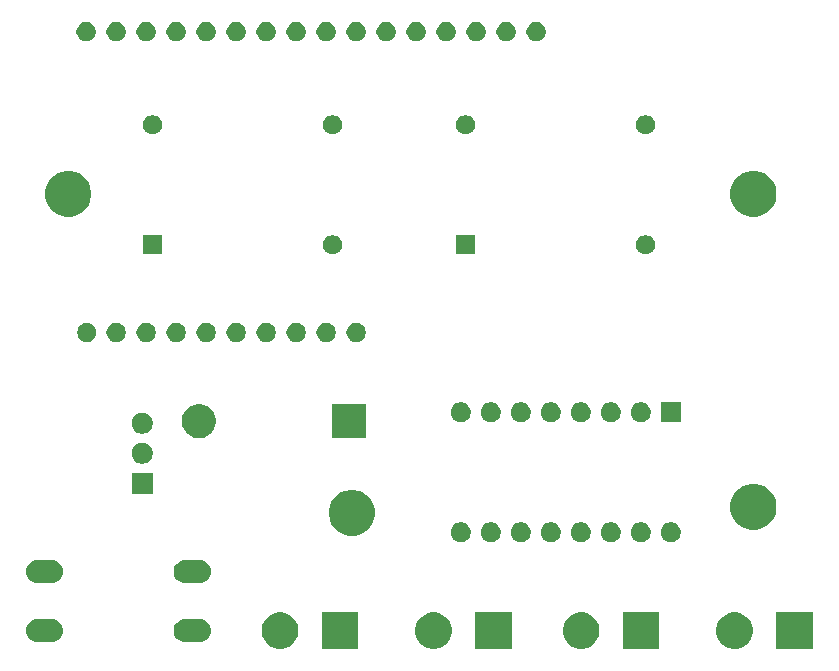
<source format=gbr>
%TF.GenerationSoftware,KiCad,Pcbnew,5.1.5+dfsg1-2build2*%
%TF.CreationDate,2020-08-25T19:56:10-04:00*%
%TF.ProjectId,esp-toy,6573702d-746f-4792-9e6b-696361645f70,rev?*%
%TF.SameCoordinates,Original*%
%TF.FileFunction,Soldermask,Top*%
%TF.FilePolarity,Negative*%
%FSLAX46Y46*%
G04 Gerber Fmt 4.6, Leading zero omitted, Abs format (unit mm)*
G04 Created by KiCad (PCBNEW 5.1.5+dfsg1-2build2) date 2020-08-25 19:56:10*
%MOMM*%
%LPD*%
G04 APERTURE LIST*
%ADD10C,1.000000*%
G04 APERTURE END LIST*
D10*
G36*
X139372352Y-122008796D02*
G01*
X139654579Y-122125699D01*
X139908578Y-122295415D01*
X140124585Y-122511422D01*
X140294301Y-122765421D01*
X140411204Y-123047648D01*
X140470800Y-123347259D01*
X140470800Y-123652741D01*
X140411204Y-123952352D01*
X140294301Y-124234579D01*
X140124585Y-124488578D01*
X139908578Y-124704585D01*
X139654579Y-124874301D01*
X139372352Y-124991204D01*
X139072741Y-125050800D01*
X138767259Y-125050800D01*
X138467648Y-124991204D01*
X138185421Y-124874301D01*
X137931422Y-124704585D01*
X137715415Y-124488578D01*
X137545699Y-124234579D01*
X137428796Y-123952352D01*
X137369200Y-123652741D01*
X137369200Y-123347259D01*
X137428796Y-123047648D01*
X137545699Y-122765421D01*
X137715415Y-122511422D01*
X137931422Y-122295415D01*
X138185421Y-122125699D01*
X138467648Y-122008796D01*
X138767259Y-121949200D01*
X139072741Y-121949200D01*
X139372352Y-122008796D01*
G37*
G36*
X184050800Y-125050800D02*
G01*
X180949200Y-125050800D01*
X180949200Y-121949200D01*
X184050800Y-121949200D01*
X184050800Y-125050800D01*
G37*
G36*
X177872352Y-122008796D02*
G01*
X178154579Y-122125699D01*
X178408578Y-122295415D01*
X178624585Y-122511422D01*
X178794301Y-122765421D01*
X178911204Y-123047648D01*
X178970800Y-123347259D01*
X178970800Y-123652741D01*
X178911204Y-123952352D01*
X178794301Y-124234579D01*
X178624585Y-124488578D01*
X178408578Y-124704585D01*
X178154579Y-124874301D01*
X177872352Y-124991204D01*
X177572741Y-125050800D01*
X177267259Y-125050800D01*
X176967648Y-124991204D01*
X176685421Y-124874301D01*
X176431422Y-124704585D01*
X176215415Y-124488578D01*
X176045699Y-124234579D01*
X175928796Y-123952352D01*
X175869200Y-123652741D01*
X175869200Y-123347259D01*
X175928796Y-123047648D01*
X176045699Y-122765421D01*
X176215415Y-122511422D01*
X176431422Y-122295415D01*
X176685421Y-122125699D01*
X176967648Y-122008796D01*
X177267259Y-121949200D01*
X177572741Y-121949200D01*
X177872352Y-122008796D01*
G37*
G36*
X171050800Y-125050800D02*
G01*
X167949200Y-125050800D01*
X167949200Y-121949200D01*
X171050800Y-121949200D01*
X171050800Y-125050800D01*
G37*
G36*
X164872352Y-122008796D02*
G01*
X165154579Y-122125699D01*
X165408578Y-122295415D01*
X165624585Y-122511422D01*
X165794301Y-122765421D01*
X165911204Y-123047648D01*
X165970800Y-123347259D01*
X165970800Y-123652741D01*
X165911204Y-123952352D01*
X165794301Y-124234579D01*
X165624585Y-124488578D01*
X165408578Y-124704585D01*
X165154579Y-124874301D01*
X164872352Y-124991204D01*
X164572741Y-125050800D01*
X164267259Y-125050800D01*
X163967648Y-124991204D01*
X163685421Y-124874301D01*
X163431422Y-124704585D01*
X163215415Y-124488578D01*
X163045699Y-124234579D01*
X162928796Y-123952352D01*
X162869200Y-123652741D01*
X162869200Y-123347259D01*
X162928796Y-123047648D01*
X163045699Y-122765421D01*
X163215415Y-122511422D01*
X163431422Y-122295415D01*
X163685421Y-122125699D01*
X163967648Y-122008796D01*
X164267259Y-121949200D01*
X164572741Y-121949200D01*
X164872352Y-122008796D01*
G37*
G36*
X158550800Y-125050800D02*
G01*
X155449200Y-125050800D01*
X155449200Y-121949200D01*
X158550800Y-121949200D01*
X158550800Y-125050800D01*
G37*
G36*
X152372352Y-122008796D02*
G01*
X152654579Y-122125699D01*
X152908578Y-122295415D01*
X153124585Y-122511422D01*
X153294301Y-122765421D01*
X153411204Y-123047648D01*
X153470800Y-123347259D01*
X153470800Y-123652741D01*
X153411204Y-123952352D01*
X153294301Y-124234579D01*
X153124585Y-124488578D01*
X152908578Y-124704585D01*
X152654579Y-124874301D01*
X152372352Y-124991204D01*
X152072741Y-125050800D01*
X151767259Y-125050800D01*
X151467648Y-124991204D01*
X151185421Y-124874301D01*
X150931422Y-124704585D01*
X150715415Y-124488578D01*
X150545699Y-124234579D01*
X150428796Y-123952352D01*
X150369200Y-123652741D01*
X150369200Y-123347259D01*
X150428796Y-123047648D01*
X150545699Y-122765421D01*
X150715415Y-122511422D01*
X150931422Y-122295415D01*
X151185421Y-122125699D01*
X151467648Y-122008796D01*
X151767259Y-121949200D01*
X152072741Y-121949200D01*
X152372352Y-122008796D01*
G37*
G36*
X145550800Y-125050800D02*
G01*
X142449200Y-125050800D01*
X142449200Y-121949200D01*
X145550800Y-121949200D01*
X145550800Y-125050800D01*
G37*
G36*
X119776287Y-122538318D02*
G01*
X119960228Y-122594116D01*
X120129749Y-122684727D01*
X120278333Y-122806667D01*
X120400273Y-122955251D01*
X120490884Y-123124772D01*
X120546682Y-123308713D01*
X120565522Y-123500000D01*
X120546682Y-123691287D01*
X120490884Y-123875228D01*
X120400273Y-124044749D01*
X120278333Y-124193333D01*
X120129749Y-124315273D01*
X119960228Y-124405884D01*
X119776287Y-124461682D01*
X119632941Y-124475800D01*
X118339059Y-124475800D01*
X118195713Y-124461682D01*
X118011772Y-124405884D01*
X117842251Y-124315273D01*
X117693667Y-124193333D01*
X117571727Y-124044749D01*
X117481116Y-123875228D01*
X117425318Y-123691287D01*
X117406478Y-123500000D01*
X117425318Y-123308713D01*
X117481116Y-123124772D01*
X117571727Y-122955251D01*
X117693667Y-122806667D01*
X117842251Y-122684727D01*
X118011772Y-122594116D01*
X118195713Y-122538318D01*
X118339059Y-122524200D01*
X119632941Y-122524200D01*
X119776287Y-122538318D01*
G37*
G36*
X132276287Y-122538318D02*
G01*
X132460228Y-122594116D01*
X132629749Y-122684727D01*
X132778333Y-122806667D01*
X132900273Y-122955251D01*
X132990884Y-123124772D01*
X133046682Y-123308713D01*
X133065522Y-123500000D01*
X133046682Y-123691287D01*
X132990884Y-123875228D01*
X132900273Y-124044749D01*
X132778333Y-124193333D01*
X132629749Y-124315273D01*
X132460228Y-124405884D01*
X132276287Y-124461682D01*
X132132941Y-124475800D01*
X130839059Y-124475800D01*
X130695713Y-124461682D01*
X130511772Y-124405884D01*
X130342251Y-124315273D01*
X130193667Y-124193333D01*
X130071727Y-124044749D01*
X129981116Y-123875228D01*
X129925318Y-123691287D01*
X129906478Y-123500000D01*
X129925318Y-123308713D01*
X129981116Y-123124772D01*
X130071727Y-122955251D01*
X130193667Y-122806667D01*
X130342251Y-122684727D01*
X130511772Y-122594116D01*
X130695713Y-122538318D01*
X130839059Y-122524200D01*
X132132941Y-122524200D01*
X132276287Y-122538318D01*
G37*
G36*
X132276287Y-117538318D02*
G01*
X132460228Y-117594116D01*
X132629749Y-117684727D01*
X132778333Y-117806667D01*
X132900273Y-117955251D01*
X132990884Y-118124772D01*
X133046682Y-118308713D01*
X133065522Y-118500000D01*
X133046682Y-118691287D01*
X132990884Y-118875228D01*
X132900273Y-119044749D01*
X132778333Y-119193333D01*
X132629749Y-119315273D01*
X132460228Y-119405884D01*
X132276287Y-119461682D01*
X132132941Y-119475800D01*
X130839059Y-119475800D01*
X130695713Y-119461682D01*
X130511772Y-119405884D01*
X130342251Y-119315273D01*
X130193667Y-119193333D01*
X130071727Y-119044749D01*
X129981116Y-118875228D01*
X129925318Y-118691287D01*
X129906478Y-118500000D01*
X129925318Y-118308713D01*
X129981116Y-118124772D01*
X130071727Y-117955251D01*
X130193667Y-117806667D01*
X130342251Y-117684727D01*
X130511772Y-117594116D01*
X130695713Y-117538318D01*
X130839059Y-117524200D01*
X132132941Y-117524200D01*
X132276287Y-117538318D01*
G37*
G36*
X119776287Y-117538318D02*
G01*
X119960228Y-117594116D01*
X120129749Y-117684727D01*
X120278333Y-117806667D01*
X120400273Y-117955251D01*
X120490884Y-118124772D01*
X120546682Y-118308713D01*
X120565522Y-118500000D01*
X120546682Y-118691287D01*
X120490884Y-118875228D01*
X120400273Y-119044749D01*
X120278333Y-119193333D01*
X120129749Y-119315273D01*
X119960228Y-119405884D01*
X119776287Y-119461682D01*
X119632941Y-119475800D01*
X118339059Y-119475800D01*
X118195713Y-119461682D01*
X118011772Y-119405884D01*
X117842251Y-119315273D01*
X117693667Y-119193333D01*
X117571727Y-119044749D01*
X117481116Y-118875228D01*
X117425318Y-118691287D01*
X117406478Y-118500000D01*
X117425318Y-118308713D01*
X117481116Y-118124772D01*
X117571727Y-117955251D01*
X117693667Y-117806667D01*
X117842251Y-117684727D01*
X118011772Y-117594116D01*
X118195713Y-117538318D01*
X118339059Y-117524200D01*
X119632941Y-117524200D01*
X119776287Y-117538318D01*
G37*
G36*
X157008169Y-114341895D02*
G01*
X157163005Y-114406031D01*
X157302354Y-114499140D01*
X157420860Y-114617646D01*
X157513969Y-114756995D01*
X157578105Y-114911831D01*
X157610800Y-115076203D01*
X157610800Y-115243797D01*
X157578105Y-115408169D01*
X157513969Y-115563005D01*
X157420860Y-115702354D01*
X157302354Y-115820860D01*
X157163005Y-115913969D01*
X157008169Y-115978105D01*
X156843797Y-116010800D01*
X156676203Y-116010800D01*
X156511831Y-115978105D01*
X156356995Y-115913969D01*
X156217646Y-115820860D01*
X156099140Y-115702354D01*
X156006031Y-115563005D01*
X155941895Y-115408169D01*
X155909200Y-115243797D01*
X155909200Y-115076203D01*
X155941895Y-114911831D01*
X156006031Y-114756995D01*
X156099140Y-114617646D01*
X156217646Y-114499140D01*
X156356995Y-114406031D01*
X156511831Y-114341895D01*
X156676203Y-114309200D01*
X156843797Y-114309200D01*
X157008169Y-114341895D01*
G37*
G36*
X162088169Y-114341895D02*
G01*
X162243005Y-114406031D01*
X162382354Y-114499140D01*
X162500860Y-114617646D01*
X162593969Y-114756995D01*
X162658105Y-114911831D01*
X162690800Y-115076203D01*
X162690800Y-115243797D01*
X162658105Y-115408169D01*
X162593969Y-115563005D01*
X162500860Y-115702354D01*
X162382354Y-115820860D01*
X162243005Y-115913969D01*
X162088169Y-115978105D01*
X161923797Y-116010800D01*
X161756203Y-116010800D01*
X161591831Y-115978105D01*
X161436995Y-115913969D01*
X161297646Y-115820860D01*
X161179140Y-115702354D01*
X161086031Y-115563005D01*
X161021895Y-115408169D01*
X160989200Y-115243797D01*
X160989200Y-115076203D01*
X161021895Y-114911831D01*
X161086031Y-114756995D01*
X161179140Y-114617646D01*
X161297646Y-114499140D01*
X161436995Y-114406031D01*
X161591831Y-114341895D01*
X161756203Y-114309200D01*
X161923797Y-114309200D01*
X162088169Y-114341895D01*
G37*
G36*
X159548169Y-114341895D02*
G01*
X159703005Y-114406031D01*
X159842354Y-114499140D01*
X159960860Y-114617646D01*
X160053969Y-114756995D01*
X160118105Y-114911831D01*
X160150800Y-115076203D01*
X160150800Y-115243797D01*
X160118105Y-115408169D01*
X160053969Y-115563005D01*
X159960860Y-115702354D01*
X159842354Y-115820860D01*
X159703005Y-115913969D01*
X159548169Y-115978105D01*
X159383797Y-116010800D01*
X159216203Y-116010800D01*
X159051831Y-115978105D01*
X158896995Y-115913969D01*
X158757646Y-115820860D01*
X158639140Y-115702354D01*
X158546031Y-115563005D01*
X158481895Y-115408169D01*
X158449200Y-115243797D01*
X158449200Y-115076203D01*
X158481895Y-114911831D01*
X158546031Y-114756995D01*
X158639140Y-114617646D01*
X158757646Y-114499140D01*
X158896995Y-114406031D01*
X159051831Y-114341895D01*
X159216203Y-114309200D01*
X159383797Y-114309200D01*
X159548169Y-114341895D01*
G37*
G36*
X172248169Y-114341895D02*
G01*
X172403005Y-114406031D01*
X172542354Y-114499140D01*
X172660860Y-114617646D01*
X172753969Y-114756995D01*
X172818105Y-114911831D01*
X172850800Y-115076203D01*
X172850800Y-115243797D01*
X172818105Y-115408169D01*
X172753969Y-115563005D01*
X172660860Y-115702354D01*
X172542354Y-115820860D01*
X172403005Y-115913969D01*
X172248169Y-115978105D01*
X172083797Y-116010800D01*
X171916203Y-116010800D01*
X171751831Y-115978105D01*
X171596995Y-115913969D01*
X171457646Y-115820860D01*
X171339140Y-115702354D01*
X171246031Y-115563005D01*
X171181895Y-115408169D01*
X171149200Y-115243797D01*
X171149200Y-115076203D01*
X171181895Y-114911831D01*
X171246031Y-114756995D01*
X171339140Y-114617646D01*
X171457646Y-114499140D01*
X171596995Y-114406031D01*
X171751831Y-114341895D01*
X171916203Y-114309200D01*
X172083797Y-114309200D01*
X172248169Y-114341895D01*
G37*
G36*
X169708169Y-114341895D02*
G01*
X169863005Y-114406031D01*
X170002354Y-114499140D01*
X170120860Y-114617646D01*
X170213969Y-114756995D01*
X170278105Y-114911831D01*
X170310800Y-115076203D01*
X170310800Y-115243797D01*
X170278105Y-115408169D01*
X170213969Y-115563005D01*
X170120860Y-115702354D01*
X170002354Y-115820860D01*
X169863005Y-115913969D01*
X169708169Y-115978105D01*
X169543797Y-116010800D01*
X169376203Y-116010800D01*
X169211831Y-115978105D01*
X169056995Y-115913969D01*
X168917646Y-115820860D01*
X168799140Y-115702354D01*
X168706031Y-115563005D01*
X168641895Y-115408169D01*
X168609200Y-115243797D01*
X168609200Y-115076203D01*
X168641895Y-114911831D01*
X168706031Y-114756995D01*
X168799140Y-114617646D01*
X168917646Y-114499140D01*
X169056995Y-114406031D01*
X169211831Y-114341895D01*
X169376203Y-114309200D01*
X169543797Y-114309200D01*
X169708169Y-114341895D01*
G37*
G36*
X167168169Y-114341895D02*
G01*
X167323005Y-114406031D01*
X167462354Y-114499140D01*
X167580860Y-114617646D01*
X167673969Y-114756995D01*
X167738105Y-114911831D01*
X167770800Y-115076203D01*
X167770800Y-115243797D01*
X167738105Y-115408169D01*
X167673969Y-115563005D01*
X167580860Y-115702354D01*
X167462354Y-115820860D01*
X167323005Y-115913969D01*
X167168169Y-115978105D01*
X167003797Y-116010800D01*
X166836203Y-116010800D01*
X166671831Y-115978105D01*
X166516995Y-115913969D01*
X166377646Y-115820860D01*
X166259140Y-115702354D01*
X166166031Y-115563005D01*
X166101895Y-115408169D01*
X166069200Y-115243797D01*
X166069200Y-115076203D01*
X166101895Y-114911831D01*
X166166031Y-114756995D01*
X166259140Y-114617646D01*
X166377646Y-114499140D01*
X166516995Y-114406031D01*
X166671831Y-114341895D01*
X166836203Y-114309200D01*
X167003797Y-114309200D01*
X167168169Y-114341895D01*
G37*
G36*
X164628169Y-114341895D02*
G01*
X164783005Y-114406031D01*
X164922354Y-114499140D01*
X165040860Y-114617646D01*
X165133969Y-114756995D01*
X165198105Y-114911831D01*
X165230800Y-115076203D01*
X165230800Y-115243797D01*
X165198105Y-115408169D01*
X165133969Y-115563005D01*
X165040860Y-115702354D01*
X164922354Y-115820860D01*
X164783005Y-115913969D01*
X164628169Y-115978105D01*
X164463797Y-116010800D01*
X164296203Y-116010800D01*
X164131831Y-115978105D01*
X163976995Y-115913969D01*
X163837646Y-115820860D01*
X163719140Y-115702354D01*
X163626031Y-115563005D01*
X163561895Y-115408169D01*
X163529200Y-115243797D01*
X163529200Y-115076203D01*
X163561895Y-114911831D01*
X163626031Y-114756995D01*
X163719140Y-114617646D01*
X163837646Y-114499140D01*
X163976995Y-114406031D01*
X164131831Y-114341895D01*
X164296203Y-114309200D01*
X164463797Y-114309200D01*
X164628169Y-114341895D01*
G37*
G36*
X154468169Y-114341895D02*
G01*
X154623005Y-114406031D01*
X154762354Y-114499140D01*
X154880860Y-114617646D01*
X154973969Y-114756995D01*
X155038105Y-114911831D01*
X155070800Y-115076203D01*
X155070800Y-115243797D01*
X155038105Y-115408169D01*
X154973969Y-115563005D01*
X154880860Y-115702354D01*
X154762354Y-115820860D01*
X154623005Y-115913969D01*
X154468169Y-115978105D01*
X154303797Y-116010800D01*
X154136203Y-116010800D01*
X153971831Y-115978105D01*
X153816995Y-115913969D01*
X153677646Y-115820860D01*
X153559140Y-115702354D01*
X153466031Y-115563005D01*
X153401895Y-115408169D01*
X153369200Y-115243797D01*
X153369200Y-115076203D01*
X153401895Y-114911831D01*
X153466031Y-114756995D01*
X153559140Y-114617646D01*
X153677646Y-114499140D01*
X153816995Y-114406031D01*
X153971831Y-114341895D01*
X154136203Y-114309200D01*
X154303797Y-114309200D01*
X154468169Y-114341895D01*
G37*
G36*
X145569028Y-111624168D02*
G01*
X145924051Y-111771223D01*
X146243564Y-111984715D01*
X146515285Y-112256436D01*
X146728777Y-112575949D01*
X146875832Y-112930972D01*
X146950800Y-113307863D01*
X146950800Y-113692137D01*
X146875832Y-114069028D01*
X146728777Y-114424051D01*
X146515285Y-114743564D01*
X146243564Y-115015285D01*
X145924051Y-115228777D01*
X145569028Y-115375832D01*
X145192137Y-115450800D01*
X144807863Y-115450800D01*
X144430972Y-115375832D01*
X144075949Y-115228777D01*
X143756436Y-115015285D01*
X143484715Y-114743564D01*
X143271223Y-114424051D01*
X143124168Y-114069028D01*
X143049200Y-113692137D01*
X143049200Y-113307863D01*
X143124168Y-112930972D01*
X143271223Y-112575949D01*
X143484715Y-112256436D01*
X143756436Y-111984715D01*
X144075949Y-111771223D01*
X144430972Y-111624168D01*
X144807863Y-111549200D01*
X145192137Y-111549200D01*
X145569028Y-111624168D01*
G37*
G36*
X179569028Y-111124168D02*
G01*
X179924051Y-111271223D01*
X180243564Y-111484715D01*
X180515285Y-111756436D01*
X180728777Y-112075949D01*
X180875832Y-112430972D01*
X180950800Y-112807863D01*
X180950800Y-113192137D01*
X180875832Y-113569028D01*
X180728777Y-113924051D01*
X180515285Y-114243564D01*
X180243564Y-114515285D01*
X179924051Y-114728777D01*
X179569028Y-114875832D01*
X179192137Y-114950800D01*
X178807863Y-114950800D01*
X178430972Y-114875832D01*
X178075949Y-114728777D01*
X177756436Y-114515285D01*
X177484715Y-114243564D01*
X177271223Y-113924051D01*
X177124168Y-113569028D01*
X177049200Y-113192137D01*
X177049200Y-112807863D01*
X177124168Y-112430972D01*
X177271223Y-112075949D01*
X177484715Y-111756436D01*
X177756436Y-111484715D01*
X178075949Y-111271223D01*
X178430972Y-111124168D01*
X178807863Y-111049200D01*
X179192137Y-111049200D01*
X179569028Y-111124168D01*
G37*
G36*
X128150800Y-111900800D02*
G01*
X126349200Y-111900800D01*
X126349200Y-110099200D01*
X128150800Y-110099200D01*
X128150800Y-111900800D01*
G37*
G36*
X127512754Y-107593817D02*
G01*
X127676689Y-107661721D01*
X127824227Y-107760303D01*
X127949697Y-107885773D01*
X128048279Y-108033311D01*
X128116183Y-108197246D01*
X128150800Y-108371279D01*
X128150800Y-108548721D01*
X128116183Y-108722754D01*
X128048279Y-108886689D01*
X127949697Y-109034227D01*
X127824227Y-109159697D01*
X127676689Y-109258279D01*
X127512754Y-109326183D01*
X127338721Y-109360800D01*
X127161279Y-109360800D01*
X126987246Y-109326183D01*
X126823311Y-109258279D01*
X126675773Y-109159697D01*
X126550303Y-109034227D01*
X126451721Y-108886689D01*
X126383817Y-108722754D01*
X126349200Y-108548721D01*
X126349200Y-108371279D01*
X126383817Y-108197246D01*
X126451721Y-108033311D01*
X126550303Y-107885773D01*
X126675773Y-107760303D01*
X126823311Y-107661721D01*
X126987246Y-107593817D01*
X127161279Y-107559200D01*
X127338721Y-107559200D01*
X127512754Y-107593817D01*
G37*
G36*
X132473183Y-104354953D02*
G01*
X132737212Y-104464317D01*
X132974833Y-104623091D01*
X133176909Y-104825167D01*
X133335683Y-105062788D01*
X133445047Y-105326817D01*
X133500800Y-105607108D01*
X133500800Y-105892892D01*
X133445047Y-106173183D01*
X133335683Y-106437212D01*
X133176909Y-106674833D01*
X132974833Y-106876909D01*
X132737212Y-107035683D01*
X132473183Y-107145047D01*
X132192892Y-107200800D01*
X131907108Y-107200800D01*
X131626817Y-107145047D01*
X131362788Y-107035683D01*
X131125167Y-106876909D01*
X130923091Y-106674833D01*
X130764317Y-106437212D01*
X130654953Y-106173183D01*
X130599200Y-105892892D01*
X130599200Y-105607108D01*
X130654953Y-105326817D01*
X130764317Y-105062788D01*
X130923091Y-104825167D01*
X131125167Y-104623091D01*
X131362788Y-104464317D01*
X131626817Y-104354953D01*
X131907108Y-104299200D01*
X132192892Y-104299200D01*
X132473183Y-104354953D01*
G37*
G36*
X146200800Y-107200800D02*
G01*
X143299200Y-107200800D01*
X143299200Y-104299200D01*
X146200800Y-104299200D01*
X146200800Y-107200800D01*
G37*
G36*
X127512754Y-105053817D02*
G01*
X127676689Y-105121721D01*
X127824227Y-105220303D01*
X127949697Y-105345773D01*
X128048279Y-105493311D01*
X128116183Y-105657246D01*
X128150800Y-105831279D01*
X128150800Y-106008721D01*
X128116183Y-106182754D01*
X128048279Y-106346689D01*
X127949697Y-106494227D01*
X127824227Y-106619697D01*
X127676689Y-106718279D01*
X127512754Y-106786183D01*
X127338721Y-106820800D01*
X127161279Y-106820800D01*
X126987246Y-106786183D01*
X126823311Y-106718279D01*
X126675773Y-106619697D01*
X126550303Y-106494227D01*
X126451721Y-106346689D01*
X126383817Y-106182754D01*
X126349200Y-106008721D01*
X126349200Y-105831279D01*
X126383817Y-105657246D01*
X126451721Y-105493311D01*
X126550303Y-105345773D01*
X126675773Y-105220303D01*
X126823311Y-105121721D01*
X126987246Y-105053817D01*
X127161279Y-105019200D01*
X127338721Y-105019200D01*
X127512754Y-105053817D01*
G37*
G36*
X162088169Y-104181895D02*
G01*
X162243005Y-104246031D01*
X162382354Y-104339140D01*
X162500860Y-104457646D01*
X162593969Y-104596995D01*
X162658105Y-104751831D01*
X162690800Y-104916203D01*
X162690800Y-105083797D01*
X162658105Y-105248169D01*
X162593969Y-105403005D01*
X162500860Y-105542354D01*
X162382354Y-105660860D01*
X162243005Y-105753969D01*
X162088169Y-105818105D01*
X161923797Y-105850800D01*
X161756203Y-105850800D01*
X161591831Y-105818105D01*
X161436995Y-105753969D01*
X161297646Y-105660860D01*
X161179140Y-105542354D01*
X161086031Y-105403005D01*
X161021895Y-105248169D01*
X160989200Y-105083797D01*
X160989200Y-104916203D01*
X161021895Y-104751831D01*
X161086031Y-104596995D01*
X161179140Y-104457646D01*
X161297646Y-104339140D01*
X161436995Y-104246031D01*
X161591831Y-104181895D01*
X161756203Y-104149200D01*
X161923797Y-104149200D01*
X162088169Y-104181895D01*
G37*
G36*
X172850800Y-105850800D02*
G01*
X171149200Y-105850800D01*
X171149200Y-104149200D01*
X172850800Y-104149200D01*
X172850800Y-105850800D01*
G37*
G36*
X169708169Y-104181895D02*
G01*
X169863005Y-104246031D01*
X170002354Y-104339140D01*
X170120860Y-104457646D01*
X170213969Y-104596995D01*
X170278105Y-104751831D01*
X170310800Y-104916203D01*
X170310800Y-105083797D01*
X170278105Y-105248169D01*
X170213969Y-105403005D01*
X170120860Y-105542354D01*
X170002354Y-105660860D01*
X169863005Y-105753969D01*
X169708169Y-105818105D01*
X169543797Y-105850800D01*
X169376203Y-105850800D01*
X169211831Y-105818105D01*
X169056995Y-105753969D01*
X168917646Y-105660860D01*
X168799140Y-105542354D01*
X168706031Y-105403005D01*
X168641895Y-105248169D01*
X168609200Y-105083797D01*
X168609200Y-104916203D01*
X168641895Y-104751831D01*
X168706031Y-104596995D01*
X168799140Y-104457646D01*
X168917646Y-104339140D01*
X169056995Y-104246031D01*
X169211831Y-104181895D01*
X169376203Y-104149200D01*
X169543797Y-104149200D01*
X169708169Y-104181895D01*
G37*
G36*
X167168169Y-104181895D02*
G01*
X167323005Y-104246031D01*
X167462354Y-104339140D01*
X167580860Y-104457646D01*
X167673969Y-104596995D01*
X167738105Y-104751831D01*
X167770800Y-104916203D01*
X167770800Y-105083797D01*
X167738105Y-105248169D01*
X167673969Y-105403005D01*
X167580860Y-105542354D01*
X167462354Y-105660860D01*
X167323005Y-105753969D01*
X167168169Y-105818105D01*
X167003797Y-105850800D01*
X166836203Y-105850800D01*
X166671831Y-105818105D01*
X166516995Y-105753969D01*
X166377646Y-105660860D01*
X166259140Y-105542354D01*
X166166031Y-105403005D01*
X166101895Y-105248169D01*
X166069200Y-105083797D01*
X166069200Y-104916203D01*
X166101895Y-104751831D01*
X166166031Y-104596995D01*
X166259140Y-104457646D01*
X166377646Y-104339140D01*
X166516995Y-104246031D01*
X166671831Y-104181895D01*
X166836203Y-104149200D01*
X167003797Y-104149200D01*
X167168169Y-104181895D01*
G37*
G36*
X164628169Y-104181895D02*
G01*
X164783005Y-104246031D01*
X164922354Y-104339140D01*
X165040860Y-104457646D01*
X165133969Y-104596995D01*
X165198105Y-104751831D01*
X165230800Y-104916203D01*
X165230800Y-105083797D01*
X165198105Y-105248169D01*
X165133969Y-105403005D01*
X165040860Y-105542354D01*
X164922354Y-105660860D01*
X164783005Y-105753969D01*
X164628169Y-105818105D01*
X164463797Y-105850800D01*
X164296203Y-105850800D01*
X164131831Y-105818105D01*
X163976995Y-105753969D01*
X163837646Y-105660860D01*
X163719140Y-105542354D01*
X163626031Y-105403005D01*
X163561895Y-105248169D01*
X163529200Y-105083797D01*
X163529200Y-104916203D01*
X163561895Y-104751831D01*
X163626031Y-104596995D01*
X163719140Y-104457646D01*
X163837646Y-104339140D01*
X163976995Y-104246031D01*
X164131831Y-104181895D01*
X164296203Y-104149200D01*
X164463797Y-104149200D01*
X164628169Y-104181895D01*
G37*
G36*
X159548169Y-104181895D02*
G01*
X159703005Y-104246031D01*
X159842354Y-104339140D01*
X159960860Y-104457646D01*
X160053969Y-104596995D01*
X160118105Y-104751831D01*
X160150800Y-104916203D01*
X160150800Y-105083797D01*
X160118105Y-105248169D01*
X160053969Y-105403005D01*
X159960860Y-105542354D01*
X159842354Y-105660860D01*
X159703005Y-105753969D01*
X159548169Y-105818105D01*
X159383797Y-105850800D01*
X159216203Y-105850800D01*
X159051831Y-105818105D01*
X158896995Y-105753969D01*
X158757646Y-105660860D01*
X158639140Y-105542354D01*
X158546031Y-105403005D01*
X158481895Y-105248169D01*
X158449200Y-105083797D01*
X158449200Y-104916203D01*
X158481895Y-104751831D01*
X158546031Y-104596995D01*
X158639140Y-104457646D01*
X158757646Y-104339140D01*
X158896995Y-104246031D01*
X159051831Y-104181895D01*
X159216203Y-104149200D01*
X159383797Y-104149200D01*
X159548169Y-104181895D01*
G37*
G36*
X154468169Y-104181895D02*
G01*
X154623005Y-104246031D01*
X154762354Y-104339140D01*
X154880860Y-104457646D01*
X154973969Y-104596995D01*
X155038105Y-104751831D01*
X155070800Y-104916203D01*
X155070800Y-105083797D01*
X155038105Y-105248169D01*
X154973969Y-105403005D01*
X154880860Y-105542354D01*
X154762354Y-105660860D01*
X154623005Y-105753969D01*
X154468169Y-105818105D01*
X154303797Y-105850800D01*
X154136203Y-105850800D01*
X153971831Y-105818105D01*
X153816995Y-105753969D01*
X153677646Y-105660860D01*
X153559140Y-105542354D01*
X153466031Y-105403005D01*
X153401895Y-105248169D01*
X153369200Y-105083797D01*
X153369200Y-104916203D01*
X153401895Y-104751831D01*
X153466031Y-104596995D01*
X153559140Y-104457646D01*
X153677646Y-104339140D01*
X153816995Y-104246031D01*
X153971831Y-104181895D01*
X154136203Y-104149200D01*
X154303797Y-104149200D01*
X154468169Y-104181895D01*
G37*
G36*
X157008169Y-104181895D02*
G01*
X157163005Y-104246031D01*
X157302354Y-104339140D01*
X157420860Y-104457646D01*
X157513969Y-104596995D01*
X157578105Y-104751831D01*
X157610800Y-104916203D01*
X157610800Y-105083797D01*
X157578105Y-105248169D01*
X157513969Y-105403005D01*
X157420860Y-105542354D01*
X157302354Y-105660860D01*
X157163005Y-105753969D01*
X157008169Y-105818105D01*
X156843797Y-105850800D01*
X156676203Y-105850800D01*
X156511831Y-105818105D01*
X156356995Y-105753969D01*
X156217646Y-105660860D01*
X156099140Y-105542354D01*
X156006031Y-105403005D01*
X155941895Y-105248169D01*
X155909200Y-105083797D01*
X155909200Y-104916203D01*
X155941895Y-104751831D01*
X156006031Y-104596995D01*
X156099140Y-104457646D01*
X156217646Y-104339140D01*
X156356995Y-104246031D01*
X156511831Y-104181895D01*
X156676203Y-104149200D01*
X156843797Y-104149200D01*
X157008169Y-104181895D01*
G37*
G36*
X140517086Y-97448435D02*
G01*
X140665003Y-97509704D01*
X140798134Y-97598660D01*
X140911340Y-97711866D01*
X141000296Y-97844997D01*
X141061565Y-97992914D01*
X141092800Y-98149946D01*
X141092800Y-98310054D01*
X141061565Y-98467086D01*
X141000296Y-98615003D01*
X140911340Y-98748134D01*
X140798134Y-98861340D01*
X140665003Y-98950296D01*
X140517086Y-99011565D01*
X140360054Y-99042800D01*
X140199946Y-99042800D01*
X140042914Y-99011565D01*
X139894997Y-98950296D01*
X139761866Y-98861340D01*
X139648660Y-98748134D01*
X139559704Y-98615003D01*
X139498435Y-98467086D01*
X139467200Y-98310054D01*
X139467200Y-98149946D01*
X139498435Y-97992914D01*
X139559704Y-97844997D01*
X139648660Y-97711866D01*
X139761866Y-97598660D01*
X139894997Y-97509704D01*
X140042914Y-97448435D01*
X140199946Y-97417200D01*
X140360054Y-97417200D01*
X140517086Y-97448435D01*
G37*
G36*
X122797086Y-97448435D02*
G01*
X122945003Y-97509704D01*
X123078134Y-97598660D01*
X123191340Y-97711866D01*
X123280296Y-97844997D01*
X123341565Y-97992914D01*
X123372800Y-98149946D01*
X123372800Y-98310054D01*
X123341565Y-98467086D01*
X123280296Y-98615003D01*
X123191340Y-98748134D01*
X123078134Y-98861340D01*
X122945003Y-98950296D01*
X122797086Y-99011565D01*
X122640054Y-99042800D01*
X122479946Y-99042800D01*
X122322914Y-99011565D01*
X122174997Y-98950296D01*
X122041866Y-98861340D01*
X121928660Y-98748134D01*
X121839704Y-98615003D01*
X121778435Y-98467086D01*
X121747200Y-98310054D01*
X121747200Y-98149946D01*
X121778435Y-97992914D01*
X121839704Y-97844997D01*
X121928660Y-97711866D01*
X122041866Y-97598660D01*
X122174997Y-97509704D01*
X122322914Y-97448435D01*
X122479946Y-97417200D01*
X122640054Y-97417200D01*
X122797086Y-97448435D01*
G37*
G36*
X125277086Y-97448435D02*
G01*
X125425003Y-97509704D01*
X125558134Y-97598660D01*
X125671340Y-97711866D01*
X125760296Y-97844997D01*
X125821565Y-97992914D01*
X125852800Y-98149946D01*
X125852800Y-98310054D01*
X125821565Y-98467086D01*
X125760296Y-98615003D01*
X125671340Y-98748134D01*
X125558134Y-98861340D01*
X125425003Y-98950296D01*
X125277086Y-99011565D01*
X125120054Y-99042800D01*
X124959946Y-99042800D01*
X124802914Y-99011565D01*
X124654997Y-98950296D01*
X124521866Y-98861340D01*
X124408660Y-98748134D01*
X124319704Y-98615003D01*
X124258435Y-98467086D01*
X124227200Y-98310054D01*
X124227200Y-98149946D01*
X124258435Y-97992914D01*
X124319704Y-97844997D01*
X124408660Y-97711866D01*
X124521866Y-97598660D01*
X124654997Y-97509704D01*
X124802914Y-97448435D01*
X124959946Y-97417200D01*
X125120054Y-97417200D01*
X125277086Y-97448435D01*
G37*
G36*
X127817086Y-97448435D02*
G01*
X127965003Y-97509704D01*
X128098134Y-97598660D01*
X128211340Y-97711866D01*
X128300296Y-97844997D01*
X128361565Y-97992914D01*
X128392800Y-98149946D01*
X128392800Y-98310054D01*
X128361565Y-98467086D01*
X128300296Y-98615003D01*
X128211340Y-98748134D01*
X128098134Y-98861340D01*
X127965003Y-98950296D01*
X127817086Y-99011565D01*
X127660054Y-99042800D01*
X127499946Y-99042800D01*
X127342914Y-99011565D01*
X127194997Y-98950296D01*
X127061866Y-98861340D01*
X126948660Y-98748134D01*
X126859704Y-98615003D01*
X126798435Y-98467086D01*
X126767200Y-98310054D01*
X126767200Y-98149946D01*
X126798435Y-97992914D01*
X126859704Y-97844997D01*
X126948660Y-97711866D01*
X127061866Y-97598660D01*
X127194997Y-97509704D01*
X127342914Y-97448435D01*
X127499946Y-97417200D01*
X127660054Y-97417200D01*
X127817086Y-97448435D01*
G37*
G36*
X130357086Y-97448435D02*
G01*
X130505003Y-97509704D01*
X130638134Y-97598660D01*
X130751340Y-97711866D01*
X130840296Y-97844997D01*
X130901565Y-97992914D01*
X130932800Y-98149946D01*
X130932800Y-98310054D01*
X130901565Y-98467086D01*
X130840296Y-98615003D01*
X130751340Y-98748134D01*
X130638134Y-98861340D01*
X130505003Y-98950296D01*
X130357086Y-99011565D01*
X130200054Y-99042800D01*
X130039946Y-99042800D01*
X129882914Y-99011565D01*
X129734997Y-98950296D01*
X129601866Y-98861340D01*
X129488660Y-98748134D01*
X129399704Y-98615003D01*
X129338435Y-98467086D01*
X129307200Y-98310054D01*
X129307200Y-98149946D01*
X129338435Y-97992914D01*
X129399704Y-97844997D01*
X129488660Y-97711866D01*
X129601866Y-97598660D01*
X129734997Y-97509704D01*
X129882914Y-97448435D01*
X130039946Y-97417200D01*
X130200054Y-97417200D01*
X130357086Y-97448435D01*
G37*
G36*
X132897086Y-97448435D02*
G01*
X133045003Y-97509704D01*
X133178134Y-97598660D01*
X133291340Y-97711866D01*
X133380296Y-97844997D01*
X133441565Y-97992914D01*
X133472800Y-98149946D01*
X133472800Y-98310054D01*
X133441565Y-98467086D01*
X133380296Y-98615003D01*
X133291340Y-98748134D01*
X133178134Y-98861340D01*
X133045003Y-98950296D01*
X132897086Y-99011565D01*
X132740054Y-99042800D01*
X132579946Y-99042800D01*
X132422914Y-99011565D01*
X132274997Y-98950296D01*
X132141866Y-98861340D01*
X132028660Y-98748134D01*
X131939704Y-98615003D01*
X131878435Y-98467086D01*
X131847200Y-98310054D01*
X131847200Y-98149946D01*
X131878435Y-97992914D01*
X131939704Y-97844997D01*
X132028660Y-97711866D01*
X132141866Y-97598660D01*
X132274997Y-97509704D01*
X132422914Y-97448435D01*
X132579946Y-97417200D01*
X132740054Y-97417200D01*
X132897086Y-97448435D01*
G37*
G36*
X135437086Y-97448435D02*
G01*
X135585003Y-97509704D01*
X135718134Y-97598660D01*
X135831340Y-97711866D01*
X135920296Y-97844997D01*
X135981565Y-97992914D01*
X136012800Y-98149946D01*
X136012800Y-98310054D01*
X135981565Y-98467086D01*
X135920296Y-98615003D01*
X135831340Y-98748134D01*
X135718134Y-98861340D01*
X135585003Y-98950296D01*
X135437086Y-99011565D01*
X135280054Y-99042800D01*
X135119946Y-99042800D01*
X134962914Y-99011565D01*
X134814997Y-98950296D01*
X134681866Y-98861340D01*
X134568660Y-98748134D01*
X134479704Y-98615003D01*
X134418435Y-98467086D01*
X134387200Y-98310054D01*
X134387200Y-98149946D01*
X134418435Y-97992914D01*
X134479704Y-97844997D01*
X134568660Y-97711866D01*
X134681866Y-97598660D01*
X134814997Y-97509704D01*
X134962914Y-97448435D01*
X135119946Y-97417200D01*
X135280054Y-97417200D01*
X135437086Y-97448435D01*
G37*
G36*
X143057086Y-97448435D02*
G01*
X143205003Y-97509704D01*
X143338134Y-97598660D01*
X143451340Y-97711866D01*
X143540296Y-97844997D01*
X143601565Y-97992914D01*
X143632800Y-98149946D01*
X143632800Y-98310054D01*
X143601565Y-98467086D01*
X143540296Y-98615003D01*
X143451340Y-98748134D01*
X143338134Y-98861340D01*
X143205003Y-98950296D01*
X143057086Y-99011565D01*
X142900054Y-99042800D01*
X142739946Y-99042800D01*
X142582914Y-99011565D01*
X142434997Y-98950296D01*
X142301866Y-98861340D01*
X142188660Y-98748134D01*
X142099704Y-98615003D01*
X142038435Y-98467086D01*
X142007200Y-98310054D01*
X142007200Y-98149946D01*
X142038435Y-97992914D01*
X142099704Y-97844997D01*
X142188660Y-97711866D01*
X142301866Y-97598660D01*
X142434997Y-97509704D01*
X142582914Y-97448435D01*
X142739946Y-97417200D01*
X142900054Y-97417200D01*
X143057086Y-97448435D01*
G37*
G36*
X137977086Y-97448435D02*
G01*
X138125003Y-97509704D01*
X138258134Y-97598660D01*
X138371340Y-97711866D01*
X138460296Y-97844997D01*
X138521565Y-97992914D01*
X138552800Y-98149946D01*
X138552800Y-98310054D01*
X138521565Y-98467086D01*
X138460296Y-98615003D01*
X138371340Y-98748134D01*
X138258134Y-98861340D01*
X138125003Y-98950296D01*
X137977086Y-99011565D01*
X137820054Y-99042800D01*
X137659946Y-99042800D01*
X137502914Y-99011565D01*
X137354997Y-98950296D01*
X137221866Y-98861340D01*
X137108660Y-98748134D01*
X137019704Y-98615003D01*
X136958435Y-98467086D01*
X136927200Y-98310054D01*
X136927200Y-98149946D01*
X136958435Y-97992914D01*
X137019704Y-97844997D01*
X137108660Y-97711866D01*
X137221866Y-97598660D01*
X137354997Y-97509704D01*
X137502914Y-97448435D01*
X137659946Y-97417200D01*
X137820054Y-97417200D01*
X137977086Y-97448435D01*
G37*
G36*
X145597086Y-97448435D02*
G01*
X145745003Y-97509704D01*
X145878134Y-97598660D01*
X145991340Y-97711866D01*
X146080296Y-97844997D01*
X146141565Y-97992914D01*
X146172800Y-98149946D01*
X146172800Y-98310054D01*
X146141565Y-98467086D01*
X146080296Y-98615003D01*
X145991340Y-98748134D01*
X145878134Y-98861340D01*
X145745003Y-98950296D01*
X145597086Y-99011565D01*
X145440054Y-99042800D01*
X145279946Y-99042800D01*
X145122914Y-99011565D01*
X144974997Y-98950296D01*
X144841866Y-98861340D01*
X144728660Y-98748134D01*
X144639704Y-98615003D01*
X144578435Y-98467086D01*
X144547200Y-98310054D01*
X144547200Y-98149946D01*
X144578435Y-97992914D01*
X144639704Y-97844997D01*
X144728660Y-97711866D01*
X144841866Y-97598660D01*
X144974997Y-97509704D01*
X145122914Y-97448435D01*
X145279946Y-97417200D01*
X145440054Y-97417200D01*
X145597086Y-97448435D01*
G37*
G36*
X155446800Y-91638800D02*
G01*
X153821200Y-91638800D01*
X153821200Y-90013200D01*
X155446800Y-90013200D01*
X155446800Y-91638800D01*
G37*
G36*
X170111086Y-90044435D02*
G01*
X170259003Y-90105704D01*
X170392134Y-90194660D01*
X170505340Y-90307866D01*
X170594296Y-90440997D01*
X170655565Y-90588914D01*
X170686800Y-90745946D01*
X170686800Y-90906054D01*
X170655565Y-91063086D01*
X170594296Y-91211003D01*
X170505340Y-91344134D01*
X170392134Y-91457340D01*
X170259003Y-91546296D01*
X170111086Y-91607565D01*
X169954054Y-91638800D01*
X169793946Y-91638800D01*
X169636914Y-91607565D01*
X169488997Y-91546296D01*
X169355866Y-91457340D01*
X169242660Y-91344134D01*
X169153704Y-91211003D01*
X169092435Y-91063086D01*
X169061200Y-90906054D01*
X169061200Y-90745946D01*
X169092435Y-90588914D01*
X169153704Y-90440997D01*
X169242660Y-90307866D01*
X169355866Y-90194660D01*
X169488997Y-90105704D01*
X169636914Y-90044435D01*
X169793946Y-90013200D01*
X169954054Y-90013200D01*
X170111086Y-90044435D01*
G37*
G36*
X143611086Y-90044435D02*
G01*
X143759003Y-90105704D01*
X143892134Y-90194660D01*
X144005340Y-90307866D01*
X144094296Y-90440997D01*
X144155565Y-90588914D01*
X144186800Y-90745946D01*
X144186800Y-90906054D01*
X144155565Y-91063086D01*
X144094296Y-91211003D01*
X144005340Y-91344134D01*
X143892134Y-91457340D01*
X143759003Y-91546296D01*
X143611086Y-91607565D01*
X143454054Y-91638800D01*
X143293946Y-91638800D01*
X143136914Y-91607565D01*
X142988997Y-91546296D01*
X142855866Y-91457340D01*
X142742660Y-91344134D01*
X142653704Y-91211003D01*
X142592435Y-91063086D01*
X142561200Y-90906054D01*
X142561200Y-90745946D01*
X142592435Y-90588914D01*
X142653704Y-90440997D01*
X142742660Y-90307866D01*
X142855866Y-90194660D01*
X142988997Y-90105704D01*
X143136914Y-90044435D01*
X143293946Y-90013200D01*
X143454054Y-90013200D01*
X143611086Y-90044435D01*
G37*
G36*
X128946800Y-91638800D02*
G01*
X127321200Y-91638800D01*
X127321200Y-90013200D01*
X128946800Y-90013200D01*
X128946800Y-91638800D01*
G37*
G36*
X179569028Y-84624168D02*
G01*
X179924051Y-84771223D01*
X180243564Y-84984715D01*
X180515285Y-85256436D01*
X180728777Y-85575949D01*
X180875832Y-85930972D01*
X180950800Y-86307863D01*
X180950800Y-86692137D01*
X180875832Y-87069028D01*
X180728777Y-87424051D01*
X180515285Y-87743564D01*
X180243564Y-88015285D01*
X179924051Y-88228777D01*
X179569028Y-88375832D01*
X179192137Y-88450800D01*
X178807863Y-88450800D01*
X178430972Y-88375832D01*
X178075949Y-88228777D01*
X177756436Y-88015285D01*
X177484715Y-87743564D01*
X177271223Y-87424051D01*
X177124168Y-87069028D01*
X177049200Y-86692137D01*
X177049200Y-86307863D01*
X177124168Y-85930972D01*
X177271223Y-85575949D01*
X177484715Y-85256436D01*
X177756436Y-84984715D01*
X178075949Y-84771223D01*
X178430972Y-84624168D01*
X178807863Y-84549200D01*
X179192137Y-84549200D01*
X179569028Y-84624168D01*
G37*
G36*
X121569028Y-84624168D02*
G01*
X121924051Y-84771223D01*
X122243564Y-84984715D01*
X122515285Y-85256436D01*
X122728777Y-85575949D01*
X122875832Y-85930972D01*
X122950800Y-86307863D01*
X122950800Y-86692137D01*
X122875832Y-87069028D01*
X122728777Y-87424051D01*
X122515285Y-87743564D01*
X122243564Y-88015285D01*
X121924051Y-88228777D01*
X121569028Y-88375832D01*
X121192137Y-88450800D01*
X120807863Y-88450800D01*
X120430972Y-88375832D01*
X120075949Y-88228777D01*
X119756436Y-88015285D01*
X119484715Y-87743564D01*
X119271223Y-87424051D01*
X119124168Y-87069028D01*
X119049200Y-86692137D01*
X119049200Y-86307863D01*
X119124168Y-85930972D01*
X119271223Y-85575949D01*
X119484715Y-85256436D01*
X119756436Y-84984715D01*
X120075949Y-84771223D01*
X120430972Y-84624168D01*
X120807863Y-84549200D01*
X121192137Y-84549200D01*
X121569028Y-84624168D01*
G37*
G36*
X170111086Y-79884435D02*
G01*
X170259003Y-79945704D01*
X170392134Y-80034660D01*
X170505340Y-80147866D01*
X170594296Y-80280997D01*
X170655565Y-80428914D01*
X170686800Y-80585946D01*
X170686800Y-80746054D01*
X170655565Y-80903086D01*
X170594296Y-81051003D01*
X170505340Y-81184134D01*
X170392134Y-81297340D01*
X170259003Y-81386296D01*
X170111086Y-81447565D01*
X169954054Y-81478800D01*
X169793946Y-81478800D01*
X169636914Y-81447565D01*
X169488997Y-81386296D01*
X169355866Y-81297340D01*
X169242660Y-81184134D01*
X169153704Y-81051003D01*
X169092435Y-80903086D01*
X169061200Y-80746054D01*
X169061200Y-80585946D01*
X169092435Y-80428914D01*
X169153704Y-80280997D01*
X169242660Y-80147866D01*
X169355866Y-80034660D01*
X169488997Y-79945704D01*
X169636914Y-79884435D01*
X169793946Y-79853200D01*
X169954054Y-79853200D01*
X170111086Y-79884435D01*
G37*
G36*
X128371086Y-79884435D02*
G01*
X128519003Y-79945704D01*
X128652134Y-80034660D01*
X128765340Y-80147866D01*
X128854296Y-80280997D01*
X128915565Y-80428914D01*
X128946800Y-80585946D01*
X128946800Y-80746054D01*
X128915565Y-80903086D01*
X128854296Y-81051003D01*
X128765340Y-81184134D01*
X128652134Y-81297340D01*
X128519003Y-81386296D01*
X128371086Y-81447565D01*
X128214054Y-81478800D01*
X128053946Y-81478800D01*
X127896914Y-81447565D01*
X127748997Y-81386296D01*
X127615866Y-81297340D01*
X127502660Y-81184134D01*
X127413704Y-81051003D01*
X127352435Y-80903086D01*
X127321200Y-80746054D01*
X127321200Y-80585946D01*
X127352435Y-80428914D01*
X127413704Y-80280997D01*
X127502660Y-80147866D01*
X127615866Y-80034660D01*
X127748997Y-79945704D01*
X127896914Y-79884435D01*
X128053946Y-79853200D01*
X128214054Y-79853200D01*
X128371086Y-79884435D01*
G37*
G36*
X143611086Y-79884435D02*
G01*
X143759003Y-79945704D01*
X143892134Y-80034660D01*
X144005340Y-80147866D01*
X144094296Y-80280997D01*
X144155565Y-80428914D01*
X144186800Y-80585946D01*
X144186800Y-80746054D01*
X144155565Y-80903086D01*
X144094296Y-81051003D01*
X144005340Y-81184134D01*
X143892134Y-81297340D01*
X143759003Y-81386296D01*
X143611086Y-81447565D01*
X143454054Y-81478800D01*
X143293946Y-81478800D01*
X143136914Y-81447565D01*
X142988997Y-81386296D01*
X142855866Y-81297340D01*
X142742660Y-81184134D01*
X142653704Y-81051003D01*
X142592435Y-80903086D01*
X142561200Y-80746054D01*
X142561200Y-80585946D01*
X142592435Y-80428914D01*
X142653704Y-80280997D01*
X142742660Y-80147866D01*
X142855866Y-80034660D01*
X142988997Y-79945704D01*
X143136914Y-79884435D01*
X143293946Y-79853200D01*
X143454054Y-79853200D01*
X143611086Y-79884435D01*
G37*
G36*
X154871086Y-79884435D02*
G01*
X155019003Y-79945704D01*
X155152134Y-80034660D01*
X155265340Y-80147866D01*
X155354296Y-80280997D01*
X155415565Y-80428914D01*
X155446800Y-80585946D01*
X155446800Y-80746054D01*
X155415565Y-80903086D01*
X155354296Y-81051003D01*
X155265340Y-81184134D01*
X155152134Y-81297340D01*
X155019003Y-81386296D01*
X154871086Y-81447565D01*
X154714054Y-81478800D01*
X154553946Y-81478800D01*
X154396914Y-81447565D01*
X154248997Y-81386296D01*
X154115866Y-81297340D01*
X154002660Y-81184134D01*
X153913704Y-81051003D01*
X153852435Y-80903086D01*
X153821200Y-80746054D01*
X153821200Y-80585946D01*
X153852435Y-80428914D01*
X153913704Y-80280997D01*
X154002660Y-80147866D01*
X154115866Y-80034660D01*
X154248997Y-79945704D01*
X154396914Y-79884435D01*
X154553946Y-79853200D01*
X154714054Y-79853200D01*
X154871086Y-79884435D01*
G37*
G36*
X137977086Y-71988435D02*
G01*
X138125003Y-72049704D01*
X138258134Y-72138660D01*
X138371340Y-72251866D01*
X138460296Y-72384997D01*
X138521565Y-72532914D01*
X138552800Y-72689946D01*
X138552800Y-72850054D01*
X138521565Y-73007086D01*
X138460296Y-73155003D01*
X138371340Y-73288134D01*
X138258134Y-73401340D01*
X138125003Y-73490296D01*
X137977086Y-73551565D01*
X137820054Y-73582800D01*
X137659946Y-73582800D01*
X137502914Y-73551565D01*
X137354997Y-73490296D01*
X137221866Y-73401340D01*
X137108660Y-73288134D01*
X137019704Y-73155003D01*
X136958435Y-73007086D01*
X136927200Y-72850054D01*
X136927200Y-72689946D01*
X136958435Y-72532914D01*
X137019704Y-72384997D01*
X137108660Y-72251866D01*
X137221866Y-72138660D01*
X137354997Y-72049704D01*
X137502914Y-71988435D01*
X137659946Y-71957200D01*
X137820054Y-71957200D01*
X137977086Y-71988435D01*
G37*
G36*
X122737086Y-71988435D02*
G01*
X122885003Y-72049704D01*
X123018134Y-72138660D01*
X123131340Y-72251866D01*
X123220296Y-72384997D01*
X123281565Y-72532914D01*
X123312800Y-72689946D01*
X123312800Y-72850054D01*
X123281565Y-73007086D01*
X123220296Y-73155003D01*
X123131340Y-73288134D01*
X123018134Y-73401340D01*
X122885003Y-73490296D01*
X122737086Y-73551565D01*
X122580054Y-73582800D01*
X122419946Y-73582800D01*
X122262914Y-73551565D01*
X122114997Y-73490296D01*
X121981866Y-73401340D01*
X121868660Y-73288134D01*
X121779704Y-73155003D01*
X121718435Y-73007086D01*
X121687200Y-72850054D01*
X121687200Y-72689946D01*
X121718435Y-72532914D01*
X121779704Y-72384997D01*
X121868660Y-72251866D01*
X121981866Y-72138660D01*
X122114997Y-72049704D01*
X122262914Y-71988435D01*
X122419946Y-71957200D01*
X122580054Y-71957200D01*
X122737086Y-71988435D01*
G37*
G36*
X125277086Y-71988435D02*
G01*
X125425003Y-72049704D01*
X125558134Y-72138660D01*
X125671340Y-72251866D01*
X125760296Y-72384997D01*
X125821565Y-72532914D01*
X125852800Y-72689946D01*
X125852800Y-72850054D01*
X125821565Y-73007086D01*
X125760296Y-73155003D01*
X125671340Y-73288134D01*
X125558134Y-73401340D01*
X125425003Y-73490296D01*
X125277086Y-73551565D01*
X125120054Y-73582800D01*
X124959946Y-73582800D01*
X124802914Y-73551565D01*
X124654997Y-73490296D01*
X124521866Y-73401340D01*
X124408660Y-73288134D01*
X124319704Y-73155003D01*
X124258435Y-73007086D01*
X124227200Y-72850054D01*
X124227200Y-72689946D01*
X124258435Y-72532914D01*
X124319704Y-72384997D01*
X124408660Y-72251866D01*
X124521866Y-72138660D01*
X124654997Y-72049704D01*
X124802914Y-71988435D01*
X124959946Y-71957200D01*
X125120054Y-71957200D01*
X125277086Y-71988435D01*
G37*
G36*
X127817086Y-71988435D02*
G01*
X127965003Y-72049704D01*
X128098134Y-72138660D01*
X128211340Y-72251866D01*
X128300296Y-72384997D01*
X128361565Y-72532914D01*
X128392800Y-72689946D01*
X128392800Y-72850054D01*
X128361565Y-73007086D01*
X128300296Y-73155003D01*
X128211340Y-73288134D01*
X128098134Y-73401340D01*
X127965003Y-73490296D01*
X127817086Y-73551565D01*
X127660054Y-73582800D01*
X127499946Y-73582800D01*
X127342914Y-73551565D01*
X127194997Y-73490296D01*
X127061866Y-73401340D01*
X126948660Y-73288134D01*
X126859704Y-73155003D01*
X126798435Y-73007086D01*
X126767200Y-72850054D01*
X126767200Y-72689946D01*
X126798435Y-72532914D01*
X126859704Y-72384997D01*
X126948660Y-72251866D01*
X127061866Y-72138660D01*
X127194997Y-72049704D01*
X127342914Y-71988435D01*
X127499946Y-71957200D01*
X127660054Y-71957200D01*
X127817086Y-71988435D01*
G37*
G36*
X135437086Y-71988435D02*
G01*
X135585003Y-72049704D01*
X135718134Y-72138660D01*
X135831340Y-72251866D01*
X135920296Y-72384997D01*
X135981565Y-72532914D01*
X136012800Y-72689946D01*
X136012800Y-72850054D01*
X135981565Y-73007086D01*
X135920296Y-73155003D01*
X135831340Y-73288134D01*
X135718134Y-73401340D01*
X135585003Y-73490296D01*
X135437086Y-73551565D01*
X135280054Y-73582800D01*
X135119946Y-73582800D01*
X134962914Y-73551565D01*
X134814997Y-73490296D01*
X134681866Y-73401340D01*
X134568660Y-73288134D01*
X134479704Y-73155003D01*
X134418435Y-73007086D01*
X134387200Y-72850054D01*
X134387200Y-72689946D01*
X134418435Y-72532914D01*
X134479704Y-72384997D01*
X134568660Y-72251866D01*
X134681866Y-72138660D01*
X134814997Y-72049704D01*
X134962914Y-71988435D01*
X135119946Y-71957200D01*
X135280054Y-71957200D01*
X135437086Y-71988435D01*
G37*
G36*
X132897086Y-71988435D02*
G01*
X133045003Y-72049704D01*
X133178134Y-72138660D01*
X133291340Y-72251866D01*
X133380296Y-72384997D01*
X133441565Y-72532914D01*
X133472800Y-72689946D01*
X133472800Y-72850054D01*
X133441565Y-73007086D01*
X133380296Y-73155003D01*
X133291340Y-73288134D01*
X133178134Y-73401340D01*
X133045003Y-73490296D01*
X132897086Y-73551565D01*
X132740054Y-73582800D01*
X132579946Y-73582800D01*
X132422914Y-73551565D01*
X132274997Y-73490296D01*
X132141866Y-73401340D01*
X132028660Y-73288134D01*
X131939704Y-73155003D01*
X131878435Y-73007086D01*
X131847200Y-72850054D01*
X131847200Y-72689946D01*
X131878435Y-72532914D01*
X131939704Y-72384997D01*
X132028660Y-72251866D01*
X132141866Y-72138660D01*
X132274997Y-72049704D01*
X132422914Y-71988435D01*
X132579946Y-71957200D01*
X132740054Y-71957200D01*
X132897086Y-71988435D01*
G37*
G36*
X160837086Y-71988435D02*
G01*
X160985003Y-72049704D01*
X161118134Y-72138660D01*
X161231340Y-72251866D01*
X161320296Y-72384997D01*
X161381565Y-72532914D01*
X161412800Y-72689946D01*
X161412800Y-72850054D01*
X161381565Y-73007086D01*
X161320296Y-73155003D01*
X161231340Y-73288134D01*
X161118134Y-73401340D01*
X160985003Y-73490296D01*
X160837086Y-73551565D01*
X160680054Y-73582800D01*
X160519946Y-73582800D01*
X160362914Y-73551565D01*
X160214997Y-73490296D01*
X160081866Y-73401340D01*
X159968660Y-73288134D01*
X159879704Y-73155003D01*
X159818435Y-73007086D01*
X159787200Y-72850054D01*
X159787200Y-72689946D01*
X159818435Y-72532914D01*
X159879704Y-72384997D01*
X159968660Y-72251866D01*
X160081866Y-72138660D01*
X160214997Y-72049704D01*
X160362914Y-71988435D01*
X160519946Y-71957200D01*
X160680054Y-71957200D01*
X160837086Y-71988435D01*
G37*
G36*
X158297086Y-71988435D02*
G01*
X158445003Y-72049704D01*
X158578134Y-72138660D01*
X158691340Y-72251866D01*
X158780296Y-72384997D01*
X158841565Y-72532914D01*
X158872800Y-72689946D01*
X158872800Y-72850054D01*
X158841565Y-73007086D01*
X158780296Y-73155003D01*
X158691340Y-73288134D01*
X158578134Y-73401340D01*
X158445003Y-73490296D01*
X158297086Y-73551565D01*
X158140054Y-73582800D01*
X157979946Y-73582800D01*
X157822914Y-73551565D01*
X157674997Y-73490296D01*
X157541866Y-73401340D01*
X157428660Y-73288134D01*
X157339704Y-73155003D01*
X157278435Y-73007086D01*
X157247200Y-72850054D01*
X157247200Y-72689946D01*
X157278435Y-72532914D01*
X157339704Y-72384997D01*
X157428660Y-72251866D01*
X157541866Y-72138660D01*
X157674997Y-72049704D01*
X157822914Y-71988435D01*
X157979946Y-71957200D01*
X158140054Y-71957200D01*
X158297086Y-71988435D01*
G37*
G36*
X155757086Y-71988435D02*
G01*
X155905003Y-72049704D01*
X156038134Y-72138660D01*
X156151340Y-72251866D01*
X156240296Y-72384997D01*
X156301565Y-72532914D01*
X156332800Y-72689946D01*
X156332800Y-72850054D01*
X156301565Y-73007086D01*
X156240296Y-73155003D01*
X156151340Y-73288134D01*
X156038134Y-73401340D01*
X155905003Y-73490296D01*
X155757086Y-73551565D01*
X155600054Y-73582800D01*
X155439946Y-73582800D01*
X155282914Y-73551565D01*
X155134997Y-73490296D01*
X155001866Y-73401340D01*
X154888660Y-73288134D01*
X154799704Y-73155003D01*
X154738435Y-73007086D01*
X154707200Y-72850054D01*
X154707200Y-72689946D01*
X154738435Y-72532914D01*
X154799704Y-72384997D01*
X154888660Y-72251866D01*
X155001866Y-72138660D01*
X155134997Y-72049704D01*
X155282914Y-71988435D01*
X155439946Y-71957200D01*
X155600054Y-71957200D01*
X155757086Y-71988435D01*
G37*
G36*
X130357086Y-71988435D02*
G01*
X130505003Y-72049704D01*
X130638134Y-72138660D01*
X130751340Y-72251866D01*
X130840296Y-72384997D01*
X130901565Y-72532914D01*
X130932800Y-72689946D01*
X130932800Y-72850054D01*
X130901565Y-73007086D01*
X130840296Y-73155003D01*
X130751340Y-73288134D01*
X130638134Y-73401340D01*
X130505003Y-73490296D01*
X130357086Y-73551565D01*
X130200054Y-73582800D01*
X130039946Y-73582800D01*
X129882914Y-73551565D01*
X129734997Y-73490296D01*
X129601866Y-73401340D01*
X129488660Y-73288134D01*
X129399704Y-73155003D01*
X129338435Y-73007086D01*
X129307200Y-72850054D01*
X129307200Y-72689946D01*
X129338435Y-72532914D01*
X129399704Y-72384997D01*
X129488660Y-72251866D01*
X129601866Y-72138660D01*
X129734997Y-72049704D01*
X129882914Y-71988435D01*
X130039946Y-71957200D01*
X130200054Y-71957200D01*
X130357086Y-71988435D01*
G37*
G36*
X143057086Y-71988435D02*
G01*
X143205003Y-72049704D01*
X143338134Y-72138660D01*
X143451340Y-72251866D01*
X143540296Y-72384997D01*
X143601565Y-72532914D01*
X143632800Y-72689946D01*
X143632800Y-72850054D01*
X143601565Y-73007086D01*
X143540296Y-73155003D01*
X143451340Y-73288134D01*
X143338134Y-73401340D01*
X143205003Y-73490296D01*
X143057086Y-73551565D01*
X142900054Y-73582800D01*
X142739946Y-73582800D01*
X142582914Y-73551565D01*
X142434997Y-73490296D01*
X142301866Y-73401340D01*
X142188660Y-73288134D01*
X142099704Y-73155003D01*
X142038435Y-73007086D01*
X142007200Y-72850054D01*
X142007200Y-72689946D01*
X142038435Y-72532914D01*
X142099704Y-72384997D01*
X142188660Y-72251866D01*
X142301866Y-72138660D01*
X142434997Y-72049704D01*
X142582914Y-71988435D01*
X142739946Y-71957200D01*
X142900054Y-71957200D01*
X143057086Y-71988435D01*
G37*
G36*
X145597086Y-71988435D02*
G01*
X145745003Y-72049704D01*
X145878134Y-72138660D01*
X145991340Y-72251866D01*
X146080296Y-72384997D01*
X146141565Y-72532914D01*
X146172800Y-72689946D01*
X146172800Y-72850054D01*
X146141565Y-73007086D01*
X146080296Y-73155003D01*
X145991340Y-73288134D01*
X145878134Y-73401340D01*
X145745003Y-73490296D01*
X145597086Y-73551565D01*
X145440054Y-73582800D01*
X145279946Y-73582800D01*
X145122914Y-73551565D01*
X144974997Y-73490296D01*
X144841866Y-73401340D01*
X144728660Y-73288134D01*
X144639704Y-73155003D01*
X144578435Y-73007086D01*
X144547200Y-72850054D01*
X144547200Y-72689946D01*
X144578435Y-72532914D01*
X144639704Y-72384997D01*
X144728660Y-72251866D01*
X144841866Y-72138660D01*
X144974997Y-72049704D01*
X145122914Y-71988435D01*
X145279946Y-71957200D01*
X145440054Y-71957200D01*
X145597086Y-71988435D01*
G37*
G36*
X148137086Y-71988435D02*
G01*
X148285003Y-72049704D01*
X148418134Y-72138660D01*
X148531340Y-72251866D01*
X148620296Y-72384997D01*
X148681565Y-72532914D01*
X148712800Y-72689946D01*
X148712800Y-72850054D01*
X148681565Y-73007086D01*
X148620296Y-73155003D01*
X148531340Y-73288134D01*
X148418134Y-73401340D01*
X148285003Y-73490296D01*
X148137086Y-73551565D01*
X147980054Y-73582800D01*
X147819946Y-73582800D01*
X147662914Y-73551565D01*
X147514997Y-73490296D01*
X147381866Y-73401340D01*
X147268660Y-73288134D01*
X147179704Y-73155003D01*
X147118435Y-73007086D01*
X147087200Y-72850054D01*
X147087200Y-72689946D01*
X147118435Y-72532914D01*
X147179704Y-72384997D01*
X147268660Y-72251866D01*
X147381866Y-72138660D01*
X147514997Y-72049704D01*
X147662914Y-71988435D01*
X147819946Y-71957200D01*
X147980054Y-71957200D01*
X148137086Y-71988435D01*
G37*
G36*
X150677086Y-71988435D02*
G01*
X150825003Y-72049704D01*
X150958134Y-72138660D01*
X151071340Y-72251866D01*
X151160296Y-72384997D01*
X151221565Y-72532914D01*
X151252800Y-72689946D01*
X151252800Y-72850054D01*
X151221565Y-73007086D01*
X151160296Y-73155003D01*
X151071340Y-73288134D01*
X150958134Y-73401340D01*
X150825003Y-73490296D01*
X150677086Y-73551565D01*
X150520054Y-73582800D01*
X150359946Y-73582800D01*
X150202914Y-73551565D01*
X150054997Y-73490296D01*
X149921866Y-73401340D01*
X149808660Y-73288134D01*
X149719704Y-73155003D01*
X149658435Y-73007086D01*
X149627200Y-72850054D01*
X149627200Y-72689946D01*
X149658435Y-72532914D01*
X149719704Y-72384997D01*
X149808660Y-72251866D01*
X149921866Y-72138660D01*
X150054997Y-72049704D01*
X150202914Y-71988435D01*
X150359946Y-71957200D01*
X150520054Y-71957200D01*
X150677086Y-71988435D01*
G37*
G36*
X140517086Y-71988435D02*
G01*
X140665003Y-72049704D01*
X140798134Y-72138660D01*
X140911340Y-72251866D01*
X141000296Y-72384997D01*
X141061565Y-72532914D01*
X141092800Y-72689946D01*
X141092800Y-72850054D01*
X141061565Y-73007086D01*
X141000296Y-73155003D01*
X140911340Y-73288134D01*
X140798134Y-73401340D01*
X140665003Y-73490296D01*
X140517086Y-73551565D01*
X140360054Y-73582800D01*
X140199946Y-73582800D01*
X140042914Y-73551565D01*
X139894997Y-73490296D01*
X139761866Y-73401340D01*
X139648660Y-73288134D01*
X139559704Y-73155003D01*
X139498435Y-73007086D01*
X139467200Y-72850054D01*
X139467200Y-72689946D01*
X139498435Y-72532914D01*
X139559704Y-72384997D01*
X139648660Y-72251866D01*
X139761866Y-72138660D01*
X139894997Y-72049704D01*
X140042914Y-71988435D01*
X140199946Y-71957200D01*
X140360054Y-71957200D01*
X140517086Y-71988435D01*
G37*
G36*
X153217086Y-71988435D02*
G01*
X153365003Y-72049704D01*
X153498134Y-72138660D01*
X153611340Y-72251866D01*
X153700296Y-72384997D01*
X153761565Y-72532914D01*
X153792800Y-72689946D01*
X153792800Y-72850054D01*
X153761565Y-73007086D01*
X153700296Y-73155003D01*
X153611340Y-73288134D01*
X153498134Y-73401340D01*
X153365003Y-73490296D01*
X153217086Y-73551565D01*
X153060054Y-73582800D01*
X152899946Y-73582800D01*
X152742914Y-73551565D01*
X152594997Y-73490296D01*
X152461866Y-73401340D01*
X152348660Y-73288134D01*
X152259704Y-73155003D01*
X152198435Y-73007086D01*
X152167200Y-72850054D01*
X152167200Y-72689946D01*
X152198435Y-72532914D01*
X152259704Y-72384997D01*
X152348660Y-72251866D01*
X152461866Y-72138660D01*
X152594997Y-72049704D01*
X152742914Y-71988435D01*
X152899946Y-71957200D01*
X153060054Y-71957200D01*
X153217086Y-71988435D01*
G37*
M02*

</source>
